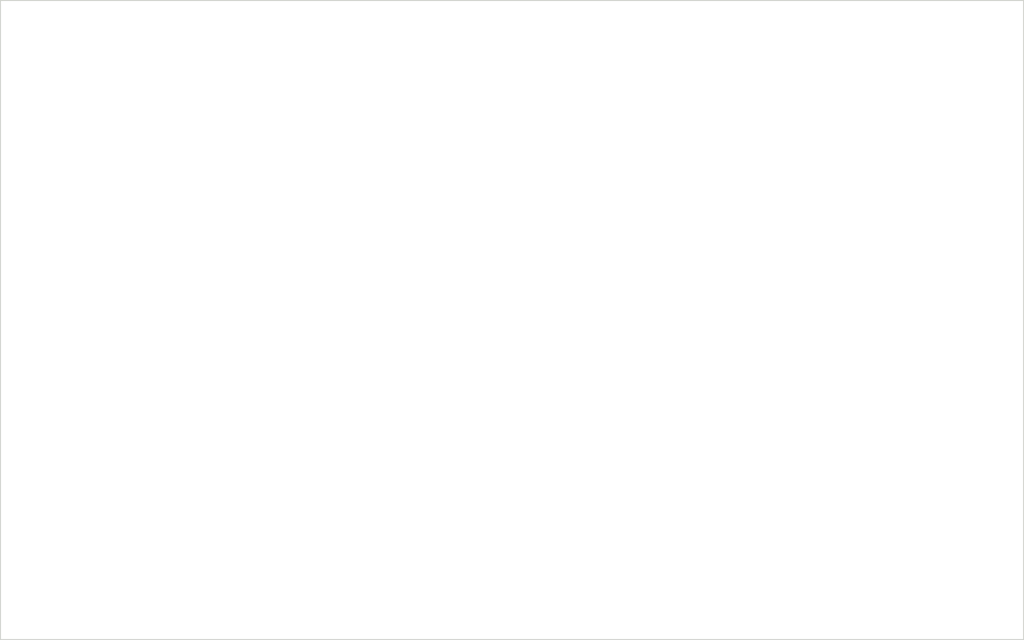
<source format=kicad_pcb>
(kicad_pcb (version 20221018) (generator pcbnew)

  (general
    (thickness 1.6)
  )

  (paper "A4")
  (layers
    (0 "F.Cu" signal)
    (31 "B.Cu" signal)
    (32 "B.Adhes" user "B.Adhesive")
    (33 "F.Adhes" user "F.Adhesive")
    (34 "B.Paste" user)
    (35 "F.Paste" user)
    (36 "B.SilkS" user "B.Silkscreen")
    (37 "F.SilkS" user "F.Silkscreen")
    (38 "B.Mask" user)
    (39 "F.Mask" user)
    (40 "Dwgs.User" user "User.Drawings")
    (41 "Cmts.User" user "User.Comments")
    (42 "Eco1.User" user "User.Eco1")
    (43 "Eco2.User" user "User.Eco2")
    (44 "Edge.Cuts" user)
    (45 "Margin" user)
    (46 "B.CrtYd" user "B.Courtyard")
    (47 "F.CrtYd" user "F.Courtyard")
    (48 "B.Fab" user)
    (49 "F.Fab" user)
  )

  (setup
    (pad_to_mask_clearance 0.2)
    (grid_origin 55 145)
    (pcbplotparams
      (layerselection 0x0000030_ffffffff)
      (plot_on_all_layers_selection 0x0000000_00000000)
      (disableapertmacros false)
      (usegerberextensions false)
      (usegerberattributes true)
      (usegerberadvancedattributes true)
      (creategerberjobfile true)
      (dashed_line_dash_ratio 12.000000)
      (dashed_line_gap_ratio 3.000000)
      (svgprecision 4)
      (plotframeref false)
      (viasonmask false)
      (mode 1)
      (useauxorigin false)
      (hpglpennumber 1)
      (hpglpenspeed 20)
      (hpglpendiameter 15.000000)
      (dxfpolygonmode true)
      (dxfimperialunits true)
      (dxfusepcbnewfont true)
      (psnegative false)
      (psa4output false)
      (plotreference true)
      (plotvalue true)
      (plotinvisibletext false)
      (sketchpadsonfab false)
      (subtractmaskfromsilk false)
      (outputformat 1)
      (mirror false)
      (drillshape 0)
      (scaleselection 1)
      (outputdirectory "")
    )
  )

  (net 0 "")

  (gr_line (start 214.85 145) (end 214.85 45.15)
    (stroke (width 0.15) (type solid)) (layer "Edge.Cuts") (tstamp 374c3c7e-d94e-418e-94fd-2fe3f7a8636d))
  (gr_line (start 55 145) (end 214.85 145)
    (stroke (width 0.15) (type solid)) (layer "Edge.Cuts") (tstamp 840a101f-3b29-40ea-811e-a786ea841a57))
  (gr_line (start 214.84 45.15) (end 55 45.15)
    (stroke (width 0.15) (type solid)) (layer "Edge.Cuts") (tstamp 97c50618-1c09-41cc-af11-87f68275b0ee))
  (gr_line (start 55 45.15) (end 55 145)
    (stroke (width 0.15) (type solid)) (layer "Edge.Cuts") (tstamp ee29faff-192a-47a7-a7e3-e23cb2ce69ef))

)

</source>
